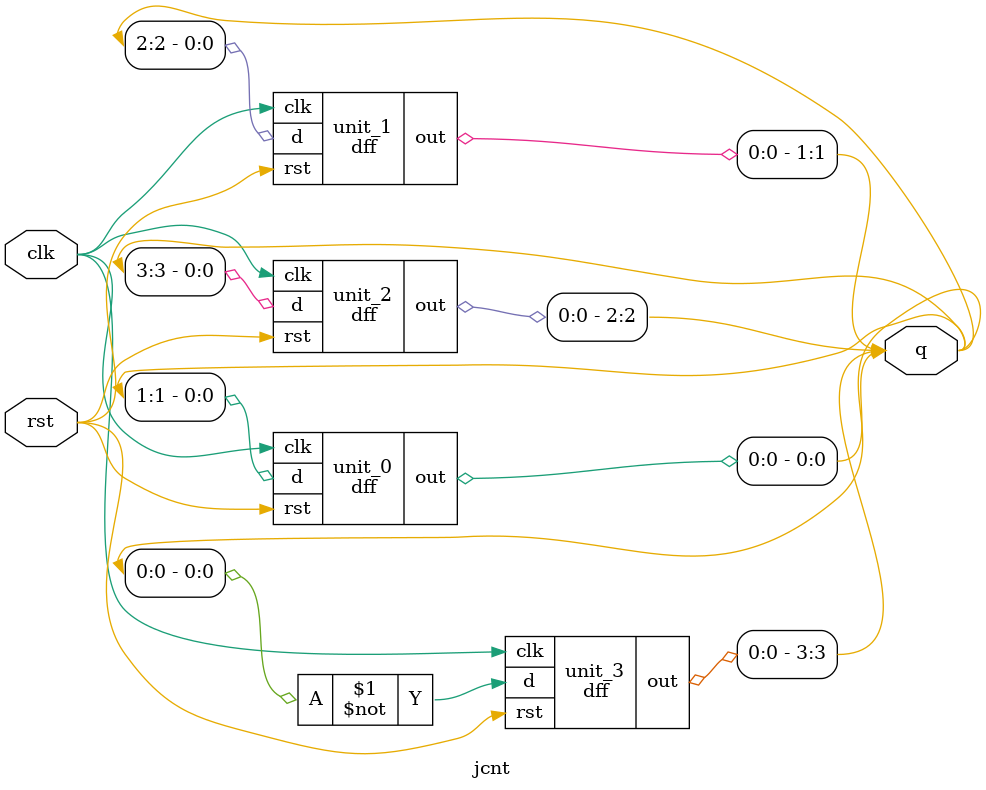
<source format=v>
module dff(clk, rst, d, out);
    input clk;
    input rst;
    input d;
    output reg out;

    always @ (posedge clk, negedge rst)begin
        if(!rst) out <= 1'b0;
        else if (d == 1'b1) out <= 1'b1;
        else out <= 1'b0;
    end
endmodule

module jcnt(clk, rst, q);
    input clk;
    input rst;
    output [3:0] q;

    dff unit_3(
        .clk(clk),
        .rst(rst),
        .d(~q[0]),
        .out(q[3])
    );

    dff unit_2(
        .clk(clk),
        .rst(rst),
        .d(q[3]),
        .out(q[2])
    );
    
    dff unit_1(
        .clk(clk),
        .rst(rst),
        .d(q[2]),
        .out(q[1])
    );
    
    dff unit_0(
        .clk(clk),
        .rst(rst),
        .d(q[1]),
        .out(q[0])
    );
    
endmodule
</source>
